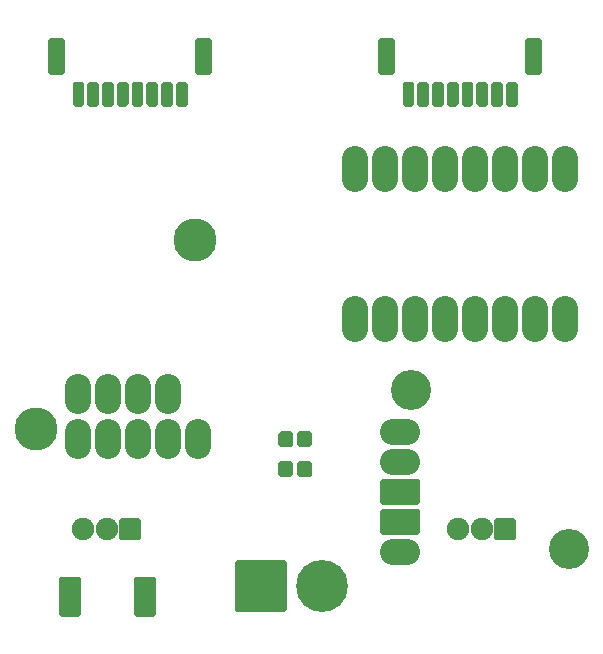
<source format=gts>
G04 #@! TF.GenerationSoftware,KiCad,Pcbnew,(5.1.9)-1*
G04 #@! TF.CreationDate,2021-04-18T01:44:30-07:00*
G04 #@! TF.ProjectId,UAS_V2,5541535f-5632-42e6-9b69-6361645f7063,rev?*
G04 #@! TF.SameCoordinates,Original*
G04 #@! TF.FileFunction,Soldermask,Top*
G04 #@! TF.FilePolarity,Negative*
%FSLAX46Y46*%
G04 Gerber Fmt 4.6, Leading zero omitted, Abs format (unit mm)*
G04 Created by KiCad (PCBNEW (5.1.9)-1) date 2021-04-18 01:44:30*
%MOMM*%
%LPD*%
G01*
G04 APERTURE LIST*
%ADD10C,1.900000*%
%ADD11O,2.200000X3.900000*%
%ADD12C,3.400000*%
%ADD13O,3.400000X2.200000*%
%ADD14O,2.200000X3.400000*%
%ADD15C,3.650000*%
%ADD16C,4.400000*%
G04 APERTURE END LIST*
G36*
G01*
X148401000Y-116035000D02*
X148401000Y-115105000D01*
G75*
G02*
X148601000Y-114905000I200000J0D01*
G01*
X149491000Y-114905000D01*
G75*
G02*
X149691000Y-115105000I0J-200000D01*
G01*
X149691000Y-116035000D01*
G75*
G02*
X149491000Y-116235000I-200000J0D01*
G01*
X148601000Y-116235000D01*
G75*
G02*
X148401000Y-116035000I0J200000D01*
G01*
G37*
G36*
G01*
X150029000Y-116035000D02*
X150029000Y-115105000D01*
G75*
G02*
X150229000Y-114905000I200000J0D01*
G01*
X151119000Y-114905000D01*
G75*
G02*
X151319000Y-115105000I0J-200000D01*
G01*
X151319000Y-116035000D01*
G75*
G02*
X151119000Y-116235000I-200000J0D01*
G01*
X150229000Y-116235000D01*
G75*
G02*
X150029000Y-116035000I0J200000D01*
G01*
G37*
G36*
G01*
X149715000Y-112565000D02*
X149715000Y-113495000D01*
G75*
G02*
X149515000Y-113695000I-200000J0D01*
G01*
X148645000Y-113695000D01*
G75*
G02*
X148445000Y-113495000I0J200000D01*
G01*
X148445000Y-112565000D01*
G75*
G02*
X148645000Y-112365000I200000J0D01*
G01*
X149515000Y-112365000D01*
G75*
G02*
X149715000Y-112565000I0J-200000D01*
G01*
G37*
G36*
G01*
X151275000Y-112565000D02*
X151275000Y-113495000D01*
G75*
G02*
X151075000Y-113695000I-200000J0D01*
G01*
X150205000Y-113695000D01*
G75*
G02*
X150005000Y-113495000I0J200000D01*
G01*
X150005000Y-112565000D01*
G75*
G02*
X150205000Y-112365000I200000J0D01*
G01*
X151075000Y-112365000D01*
G75*
G02*
X151275000Y-112565000I0J-200000D01*
G01*
G37*
G36*
G01*
X166690000Y-121400000D02*
X166690000Y-119900000D01*
G75*
G02*
X166890000Y-119700000I200000J0D01*
G01*
X168390000Y-119700000D01*
G75*
G02*
X168590000Y-119900000I0J-200000D01*
G01*
X168590000Y-121400000D01*
G75*
G02*
X168390000Y-121600000I-200000J0D01*
G01*
X166890000Y-121600000D01*
G75*
G02*
X166690000Y-121400000I0J200000D01*
G01*
G37*
D10*
X165640000Y-120650000D03*
X163640000Y-120650000D03*
G36*
G01*
X134940000Y-121400000D02*
X134940000Y-119900000D01*
G75*
G02*
X135140000Y-119700000I200000J0D01*
G01*
X136640000Y-119700000D01*
G75*
G02*
X136840000Y-119900000I0J-200000D01*
G01*
X136840000Y-121400000D01*
G75*
G02*
X136640000Y-121600000I-200000J0D01*
G01*
X135140000Y-121600000D01*
G75*
G02*
X134940000Y-121400000I0J200000D01*
G01*
G37*
X133890000Y-120650000D03*
X131890000Y-120650000D03*
D11*
X172720000Y-90170000D03*
X170180000Y-90170000D03*
X167640000Y-90170000D03*
X165100000Y-90170000D03*
X162560000Y-90170000D03*
X160020000Y-90170000D03*
X157480000Y-90170000D03*
X154940000Y-90170000D03*
X172720000Y-102870000D03*
X170180000Y-102870000D03*
X167640000Y-102870000D03*
X165100000Y-102870000D03*
X162560000Y-102870000D03*
X160020000Y-102870000D03*
X157480000Y-102870000D03*
X154940000Y-102870000D03*
G36*
G01*
X137015000Y-82970000D02*
X137015000Y-84670000D01*
G75*
G02*
X136815000Y-84870000I-200000J0D01*
G01*
X136215000Y-84870000D01*
G75*
G02*
X136015000Y-84670000I0J200000D01*
G01*
X136015000Y-82970000D01*
G75*
G02*
X136215000Y-82770000I200000J0D01*
G01*
X136815000Y-82770000D01*
G75*
G02*
X137015000Y-82970000I0J-200000D01*
G01*
G37*
G36*
G01*
X135765000Y-82970000D02*
X135765000Y-84670000D01*
G75*
G02*
X135565000Y-84870000I-200000J0D01*
G01*
X134965000Y-84870000D01*
G75*
G02*
X134765000Y-84670000I0J200000D01*
G01*
X134765000Y-82970000D01*
G75*
G02*
X134965000Y-82770000I200000J0D01*
G01*
X135565000Y-82770000D01*
G75*
G02*
X135765000Y-82970000I0J-200000D01*
G01*
G37*
G36*
G01*
X134515000Y-82970000D02*
X134515000Y-84670000D01*
G75*
G02*
X134315000Y-84870000I-200000J0D01*
G01*
X133715000Y-84870000D01*
G75*
G02*
X133515000Y-84670000I0J200000D01*
G01*
X133515000Y-82970000D01*
G75*
G02*
X133715000Y-82770000I200000J0D01*
G01*
X134315000Y-82770000D01*
G75*
G02*
X134515000Y-82970000I0J-200000D01*
G01*
G37*
G36*
G01*
X133265000Y-82970000D02*
X133265000Y-84670000D01*
G75*
G02*
X133065000Y-84870000I-200000J0D01*
G01*
X132465000Y-84870000D01*
G75*
G02*
X132265000Y-84670000I0J200000D01*
G01*
X132265000Y-82970000D01*
G75*
G02*
X132465000Y-82770000I200000J0D01*
G01*
X133065000Y-82770000D01*
G75*
G02*
X133265000Y-82970000I0J-200000D01*
G01*
G37*
G36*
G01*
X138265000Y-82970000D02*
X138265000Y-84670000D01*
G75*
G02*
X138065000Y-84870000I-200000J0D01*
G01*
X137465000Y-84870000D01*
G75*
G02*
X137265000Y-84670000I0J200000D01*
G01*
X137265000Y-82970000D01*
G75*
G02*
X137465000Y-82770000I200000J0D01*
G01*
X138065000Y-82770000D01*
G75*
G02*
X138265000Y-82970000I0J-200000D01*
G01*
G37*
G36*
G01*
X139515000Y-82970000D02*
X139515000Y-84670000D01*
G75*
G02*
X139315000Y-84870000I-200000J0D01*
G01*
X138715000Y-84870000D01*
G75*
G02*
X138515000Y-84670000I0J200000D01*
G01*
X138515000Y-82970000D01*
G75*
G02*
X138715000Y-82770000I200000J0D01*
G01*
X139315000Y-82770000D01*
G75*
G02*
X139515000Y-82970000I0J-200000D01*
G01*
G37*
G36*
G01*
X140765000Y-82970000D02*
X140765000Y-84670000D01*
G75*
G02*
X140565000Y-84870000I-200000J0D01*
G01*
X139965000Y-84870000D01*
G75*
G02*
X139765000Y-84670000I0J200000D01*
G01*
X139765000Y-82970000D01*
G75*
G02*
X139965000Y-82770000I200000J0D01*
G01*
X140565000Y-82770000D01*
G75*
G02*
X140765000Y-82970000I0J-200000D01*
G01*
G37*
G36*
G01*
X132015000Y-82970000D02*
X132015000Y-84670000D01*
G75*
G02*
X131815000Y-84870000I-200000J0D01*
G01*
X131215000Y-84870000D01*
G75*
G02*
X131015000Y-84670000I0J200000D01*
G01*
X131015000Y-82970000D01*
G75*
G02*
X131215000Y-82770000I200000J0D01*
G01*
X131815000Y-82770000D01*
G75*
G02*
X132015000Y-82970000I0J-200000D01*
G01*
G37*
G36*
G01*
X142815000Y-79270000D02*
X142815000Y-81970000D01*
G75*
G02*
X142615000Y-82170000I-200000J0D01*
G01*
X141615000Y-82170000D01*
G75*
G02*
X141415000Y-81970000I0J200000D01*
G01*
X141415000Y-79270000D01*
G75*
G02*
X141615000Y-79070000I200000J0D01*
G01*
X142615000Y-79070000D01*
G75*
G02*
X142815000Y-79270000I0J-200000D01*
G01*
G37*
G36*
G01*
X130365000Y-79270000D02*
X130365000Y-81970000D01*
G75*
G02*
X130165000Y-82170000I-200000J0D01*
G01*
X129165000Y-82170000D01*
G75*
G02*
X128965000Y-81970000I0J200000D01*
G01*
X128965000Y-79270000D01*
G75*
G02*
X129165000Y-79070000I200000J0D01*
G01*
X130165000Y-79070000D01*
G75*
G02*
X130365000Y-79270000I0J-200000D01*
G01*
G37*
G36*
G01*
X164955000Y-82970000D02*
X164955000Y-84670000D01*
G75*
G02*
X164755000Y-84870000I-200000J0D01*
G01*
X164155000Y-84870000D01*
G75*
G02*
X163955000Y-84670000I0J200000D01*
G01*
X163955000Y-82970000D01*
G75*
G02*
X164155000Y-82770000I200000J0D01*
G01*
X164755000Y-82770000D01*
G75*
G02*
X164955000Y-82970000I0J-200000D01*
G01*
G37*
G36*
G01*
X163705000Y-82970000D02*
X163705000Y-84670000D01*
G75*
G02*
X163505000Y-84870000I-200000J0D01*
G01*
X162905000Y-84870000D01*
G75*
G02*
X162705000Y-84670000I0J200000D01*
G01*
X162705000Y-82970000D01*
G75*
G02*
X162905000Y-82770000I200000J0D01*
G01*
X163505000Y-82770000D01*
G75*
G02*
X163705000Y-82970000I0J-200000D01*
G01*
G37*
G36*
G01*
X162455000Y-82970000D02*
X162455000Y-84670000D01*
G75*
G02*
X162255000Y-84870000I-200000J0D01*
G01*
X161655000Y-84870000D01*
G75*
G02*
X161455000Y-84670000I0J200000D01*
G01*
X161455000Y-82970000D01*
G75*
G02*
X161655000Y-82770000I200000J0D01*
G01*
X162255000Y-82770000D01*
G75*
G02*
X162455000Y-82970000I0J-200000D01*
G01*
G37*
G36*
G01*
X161205000Y-82970000D02*
X161205000Y-84670000D01*
G75*
G02*
X161005000Y-84870000I-200000J0D01*
G01*
X160405000Y-84870000D01*
G75*
G02*
X160205000Y-84670000I0J200000D01*
G01*
X160205000Y-82970000D01*
G75*
G02*
X160405000Y-82770000I200000J0D01*
G01*
X161005000Y-82770000D01*
G75*
G02*
X161205000Y-82970000I0J-200000D01*
G01*
G37*
G36*
G01*
X166205000Y-82970000D02*
X166205000Y-84670000D01*
G75*
G02*
X166005000Y-84870000I-200000J0D01*
G01*
X165405000Y-84870000D01*
G75*
G02*
X165205000Y-84670000I0J200000D01*
G01*
X165205000Y-82970000D01*
G75*
G02*
X165405000Y-82770000I200000J0D01*
G01*
X166005000Y-82770000D01*
G75*
G02*
X166205000Y-82970000I0J-200000D01*
G01*
G37*
G36*
G01*
X167455000Y-82970000D02*
X167455000Y-84670000D01*
G75*
G02*
X167255000Y-84870000I-200000J0D01*
G01*
X166655000Y-84870000D01*
G75*
G02*
X166455000Y-84670000I0J200000D01*
G01*
X166455000Y-82970000D01*
G75*
G02*
X166655000Y-82770000I200000J0D01*
G01*
X167255000Y-82770000D01*
G75*
G02*
X167455000Y-82970000I0J-200000D01*
G01*
G37*
G36*
G01*
X168705000Y-82970000D02*
X168705000Y-84670000D01*
G75*
G02*
X168505000Y-84870000I-200000J0D01*
G01*
X167905000Y-84870000D01*
G75*
G02*
X167705000Y-84670000I0J200000D01*
G01*
X167705000Y-82970000D01*
G75*
G02*
X167905000Y-82770000I200000J0D01*
G01*
X168505000Y-82770000D01*
G75*
G02*
X168705000Y-82970000I0J-200000D01*
G01*
G37*
G36*
G01*
X159955000Y-82970000D02*
X159955000Y-84670000D01*
G75*
G02*
X159755000Y-84870000I-200000J0D01*
G01*
X159155000Y-84870000D01*
G75*
G02*
X158955000Y-84670000I0J200000D01*
G01*
X158955000Y-82970000D01*
G75*
G02*
X159155000Y-82770000I200000J0D01*
G01*
X159755000Y-82770000D01*
G75*
G02*
X159955000Y-82970000I0J-200000D01*
G01*
G37*
G36*
G01*
X170755000Y-79270000D02*
X170755000Y-81970000D01*
G75*
G02*
X170555000Y-82170000I-200000J0D01*
G01*
X169555000Y-82170000D01*
G75*
G02*
X169355000Y-81970000I0J200000D01*
G01*
X169355000Y-79270000D01*
G75*
G02*
X169555000Y-79070000I200000J0D01*
G01*
X170555000Y-79070000D01*
G75*
G02*
X170755000Y-79270000I0J-200000D01*
G01*
G37*
G36*
G01*
X158305000Y-79270000D02*
X158305000Y-81970000D01*
G75*
G02*
X158105000Y-82170000I-200000J0D01*
G01*
X157105000Y-82170000D01*
G75*
G02*
X156905000Y-81970000I0J200000D01*
G01*
X156905000Y-79270000D01*
G75*
G02*
X157105000Y-79070000I200000J0D01*
G01*
X158105000Y-79070000D01*
G75*
G02*
X158305000Y-79270000I0J-200000D01*
G01*
G37*
D12*
X173060000Y-122310000D03*
X159630000Y-108880000D03*
D13*
X158750000Y-112390000D03*
X158750000Y-114930000D03*
G36*
G01*
X157250000Y-116370000D02*
X160250000Y-116370000D01*
G75*
G02*
X160450000Y-116570000I0J-200000D01*
G01*
X160450000Y-118370000D01*
G75*
G02*
X160250000Y-118570000I-200000J0D01*
G01*
X157250000Y-118570000D01*
G75*
G02*
X157050000Y-118370000I0J200000D01*
G01*
X157050000Y-116570000D01*
G75*
G02*
X157250000Y-116370000I200000J0D01*
G01*
G37*
G36*
G01*
X157250000Y-118910000D02*
X160250000Y-118910000D01*
G75*
G02*
X160450000Y-119110000I0J-200000D01*
G01*
X160450000Y-120910000D01*
G75*
G02*
X160250000Y-121110000I-200000J0D01*
G01*
X157250000Y-121110000D01*
G75*
G02*
X157050000Y-120910000I0J200000D01*
G01*
X157050000Y-119110000D01*
G75*
G02*
X157250000Y-118910000I200000J0D01*
G01*
G37*
X158750000Y-122550000D03*
D14*
X139065000Y-109220000D03*
X136525000Y-109220000D03*
X133985000Y-109220000D03*
X131445000Y-109220000D03*
D15*
X127915000Y-112190000D03*
X141415000Y-96190000D03*
D14*
X141605000Y-113030000D03*
X139065000Y-113030000D03*
X136525000Y-113030000D03*
X133985000Y-113030000D03*
X131445000Y-113030000D03*
G36*
G01*
X129860000Y-127865000D02*
X129860000Y-124865000D01*
G75*
G02*
X130060000Y-124665000I200000J0D01*
G01*
X131560000Y-124665000D01*
G75*
G02*
X131760000Y-124865000I0J-200000D01*
G01*
X131760000Y-127865000D01*
G75*
G02*
X131560000Y-128065000I-200000J0D01*
G01*
X130060000Y-128065000D01*
G75*
G02*
X129860000Y-127865000I0J200000D01*
G01*
G37*
G36*
G01*
X136210000Y-127865000D02*
X136210000Y-124865000D01*
G75*
G02*
X136410000Y-124665000I200000J0D01*
G01*
X137910000Y-124665000D01*
G75*
G02*
X138110000Y-124865000I0J-200000D01*
G01*
X138110000Y-127865000D01*
G75*
G02*
X137910000Y-128065000I-200000J0D01*
G01*
X136410000Y-128065000D01*
G75*
G02*
X136210000Y-127865000I0J200000D01*
G01*
G37*
D16*
X152110000Y-125490000D03*
G36*
G01*
X144760000Y-127490000D02*
X144760000Y-123490000D01*
G75*
G02*
X144960000Y-123290000I200000J0D01*
G01*
X148960000Y-123290000D01*
G75*
G02*
X149160000Y-123490000I0J-200000D01*
G01*
X149160000Y-127490000D01*
G75*
G02*
X148960000Y-127690000I-200000J0D01*
G01*
X144960000Y-127690000D01*
G75*
G02*
X144760000Y-127490000I0J200000D01*
G01*
G37*
M02*

</source>
